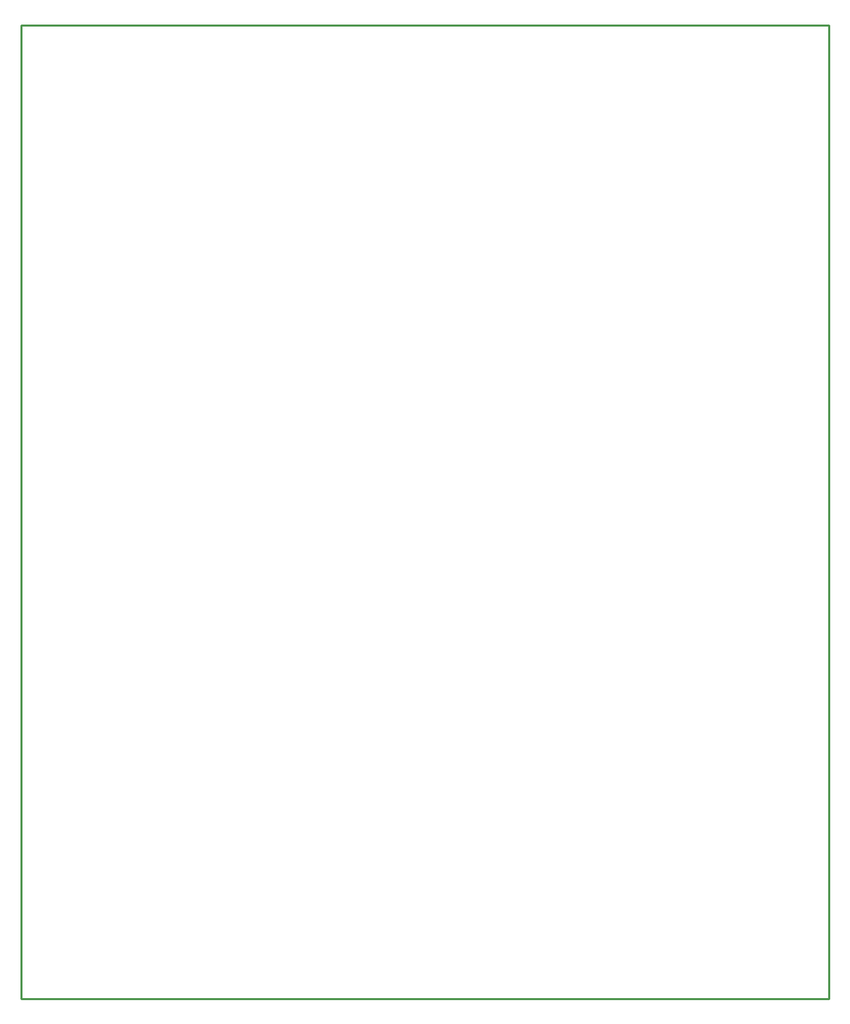
<source format=gbr>
G75*
G71*
%MOMM*%
%OFA0B0*%
%FSLAX53Y53*%
%IPPOS*%
%LPD*%
%ADD10C,0.25000*%
D10*
X0000000Y0000000D02*
X0000000Y0120900D01*
X0100330Y0120900D01*
X0100330Y0000000D01*
X0000000Y0000000D01*
M02*

</source>
